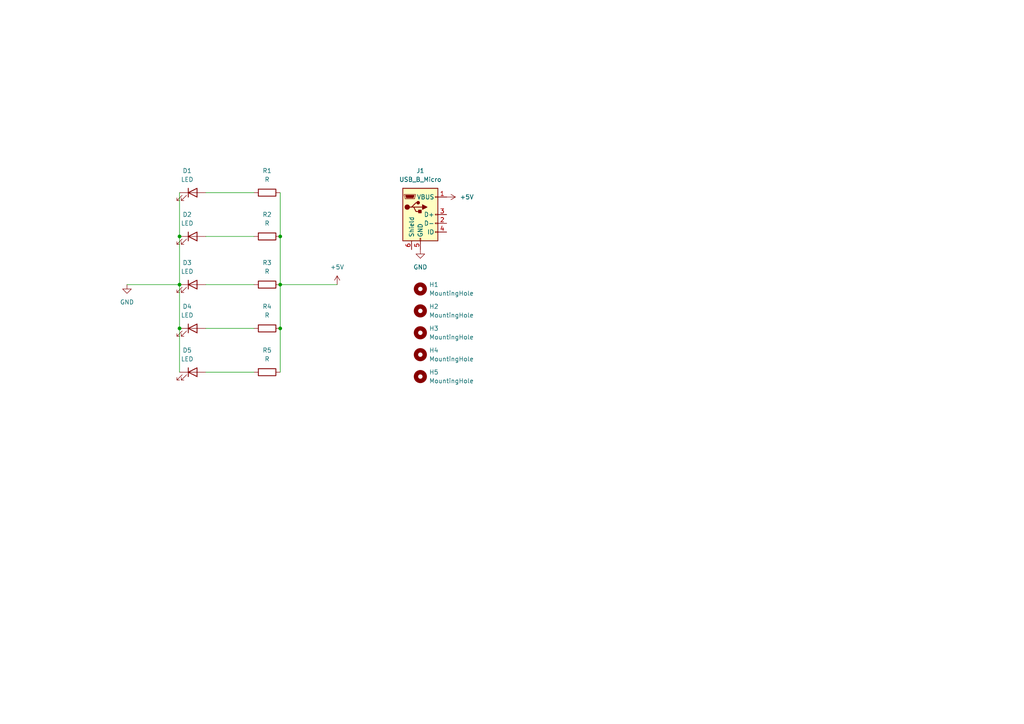
<source format=kicad_sch>
(kicad_sch (version 20211123) (generator eeschema)
  (paper "A4")
  (lib_symbols
    (symbol "Connector:USB_B_Micro" (pin_names (offset 1.016))
      (property "Reference" "J" (at -5.08 11.43 0))
      (property "Value" "USB_B_Micro" (at -5.08 8.89 0))
      (symbol "USB_B_Micro_0_1"
        (rectangle (start -5.08 -7.62) (end 5.08 7.62) (stroke (width 0.254)) (fill (type background)))
        (circle (center -3.81 2.159) (radius 0.635) (stroke (width 0.254)) (fill (type outline)))
        (circle (center -0.635 3.429) (radius 0.381) (stroke (width 0.254)) (fill (type outline)))
        (rectangle (start -0.127 -7.62) (end 0.127 -6.858))
        (polyline (pts (xy -1.905 2.159) (xy 0.635 2.159)) (stroke (width 0.254)))
        (polyline (pts (xy -3.175 2.159) (xy -2.54 2.159) (xy -1.27 3.429) (xy -0.635 3.429)) (stroke (width 0.254)))
        (polyline (pts (xy -2.54 2.159) (xy -1.905 2.159) (xy -1.27 0.889) (xy 0 0.889)) (stroke (width 0.254)))
        (polyline (pts (xy 0.635 2.794) (xy 0.635 1.524) (xy 1.905 2.159) (xy 0.635 2.794)) (stroke (width 0.254)) (fill (type outline)))
        (polyline (pts (xy -4.318 5.588) (xy -1.778 5.588) (xy -2.032 4.826) (xy -4.064 4.826) (xy -4.318 5.588)) (fill (type outline)))
        (polyline (pts (xy -4.699 5.842) (xy -4.699 5.588) (xy -4.445 4.826) (xy -4.445 4.572) (xy -1.651 4.572) (xy -1.651 4.826) (xy -1.397 5.588) (xy -1.397 5.842) (xy -4.699 5.842)))
        (rectangle (start 0.254 1.27) (end -0.508 0.508) (stroke (width 0.254)) (fill (type outline)))
        (rectangle (start 5.08 -5.207) (end 4.318 -4.953))
        (rectangle (start 5.08 -2.667) (end 4.318 -2.413))
        (rectangle (start 5.08 -0.127) (end 4.318 0.127))
        (rectangle (start 5.08 4.953) (end 4.318 5.207))
      )
      (symbol "USB_B_Micro_1_1"
        (pin power_out line (at 7.62 5.08 180) (length 2.54) (name "VBUS") (number "1"))
        (pin bidirectional line (at 7.62 -2.54 180) (length 2.54) (name "D-") (number "2"))
        (pin bidirectional line (at 7.62 0 180) (length 2.54) (name "D+") (number "3"))
        (pin passive line (at 7.62 -5.08 180) (length 2.54) (name "ID") (number "4"))
        (pin power_out line (at 0 -10.16 90) (length 2.54) (name "GND") (number "5"))
        (pin passive line (at -2.54 -10.16 90) (length 2.54) (name "Shield") (number "6"))
      )
    )
    (symbol "Device:LED" (pin_numbers hide) (pin_names (offset 1.016) hide)
      (property "Reference" "D" (at 0 2.54 0))
      (property "Value" "LED" (at 0 -2.54 0))
      (symbol "LED_0_1"
        (polyline (pts (xy -1.27 -1.27) (xy -1.27 1.27)) (stroke (width 0.254)))
        (polyline (pts (xy -1.27 0) (xy 1.27 0)))
        (polyline (pts (xy 1.27 -1.27) (xy 1.27 1.27) (xy -1.27 0) (xy 1.27 -1.27)) (stroke (width 0.254)))
        (polyline (pts (xy -3.048 -0.762) (xy -4.572 -2.286) (xy -3.81 -2.286) (xy -4.572 -2.286) (xy -4.572 -1.524)))
        (polyline (pts (xy -1.778 -0.762) (xy -3.302 -2.286) (xy -2.54 -2.286) (xy -3.302 -2.286) (xy -3.302 -1.524)))
      )
      (symbol "LED_1_1"
        (pin passive line (at -3.81 0 0) (length 2.54) (name "K") (number "1"))
        (pin passive line (at 3.81 0 180) (length 2.54) (name "A") (number "2"))
      )
    )
    (symbol "Device:R" (pin_numbers hide) (pin_names (offset 0))
      (property "Reference" "R" (at 2.032 0 90))
      (property "Value" "R" (at 0 0 90))
      (symbol "R_0_1"
        (rectangle (start -1.016 -2.54) (end 1.016 2.54) (stroke (width 0.254)))
      )
      (symbol "R_1_1"
        (pin passive line (at 0 3.81 270) (length 1.27) (name "~") (number "1"))
        (pin passive line (at 0 -3.81 90) (length 1.27) (name "~") (number "2"))
      )
    )
    (symbol "Mechanical:MountingHole" (pin_names (offset 1.016))
      (property "Reference" "H" (at 0 5.08 0))
      (property "Value" "MountingHole" (at 0 3.175 0))
      (symbol "MountingHole_0_1"
        (circle (center 0 0) (radius 1.27) (stroke (width 1.27)))
      )
    )
    (symbol "power:+5V" (power) (pin_names (offset 0))
      (property "Value" "+5V" (at 0 3.556 0))
      (symbol "+5V_0_1"
        (polyline (pts (xy -0.762 1.27) (xy 0 2.54)))
        (polyline (pts (xy 0 0) (xy 0 2.54)))
        (polyline (pts (xy 0 2.54) (xy 0.762 1.27)))
      )
      (symbol "+5V_1_1"
        (pin power_in line (at 0 0 90) (length 0) hide (name "+5V") (number "1"))
      )
    )
    (symbol "power:GND" (power) (pin_names (offset 0))
      (property "Value" "GND" (at 0 -3.81 0))
      (symbol "GND_0_1"
        (polyline (pts (xy 0 0) (xy 0 -1.27) (xy 1.27 -1.27) (xy 0 -2.54) (xy -1.27 -1.27) (xy 0 -1.27)))
      )
      (symbol "GND_1_1"
        (pin power_in line (at 0 0 270) (length 0) hide (name "GND") (number "1"))
      )
    )
  )
  (junction (at 52.07 68.58))
  (junction (at 81.28 95.25))
  (junction (at 81.28 82.55))
  (junction (at 52.07 82.55))
  (junction (at 81.28 68.58))
  (junction (at 52.07 95.25))
  (wire (pts (xy 36.83 82.55) (xy 52.07 82.55)))
  (wire (pts (xy 81.28 82.55) (xy 81.28 95.25)))
  (wire (pts (xy 52.07 82.55) (xy 52.07 95.25)))
  (wire (pts (xy 52.07 68.58) (xy 52.07 82.55)))
  (wire (pts (xy 59.69 95.25) (xy 73.66 95.25)))
  (wire (pts (xy 59.69 107.95) (xy 73.66 107.95)))
  (wire (pts (xy 81.28 95.25) (xy 81.28 107.95)))
  (wire (pts (xy 81.28 68.58) (xy 81.28 82.55)))
  (wire (pts (xy 59.69 55.88) (xy 73.66 55.88)))
  (wire (pts (xy 81.28 82.55) (xy 97.79 82.55)))
  (wire (pts (xy 52.07 95.25) (xy 52.07 107.95)))
  (wire (pts (xy 52.07 55.88) (xy 52.07 68.58)))
  (wire (pts (xy 59.69 82.55) (xy 73.66 82.55)))
  (wire (pts (xy 81.28 55.88) (xy 81.28 68.58)))
  (wire (pts (xy 59.69 68.58) (xy 73.66 68.58)))
  (symbol (lib_id "Device:R") (at 77.47 55.88 270) (unit 1)
    (property "Reference" "R1" (at 77.47 49.53 90))
    (property "Value" "R" (at 77.47 52.07 90))
    (property "Footprint" "Resistor_SMD:R_1210_3225Metric_Pad1.30x2.65mm_HandSolder" (effects hide))
  )
  (symbol (lib_id "Mechanical:MountingHole") (at 121.92 102.87 0) (unit 1)
    (property "Reference" "H4" (at 124.46 101.5999 0) (effects (justify left)))
    (property "Value" "MountingHole" (at 124.46 104.1399 0) (effects (justify left)))
    (property "Footprint" "MountingHole:MountingHole_2.2mm_M2" (effects hide))
  )
  (symbol (lib_id "Connector:USB_B_Micro") (at 121.92 62.23 0) (unit 1)
    (property "Reference" "J1" (at 121.92 49.53 0))
    (property "Value" "USB_B_Micro" (at 121.92 52.07 0))
    (property "Footprint" "Connector_USB:USB_Micro-B_GCT_USB3076-30-A" (effects hide))
  )
  (symbol (lib_id "Mechanical:MountingHole") (at 121.92 90.17 0) (unit 1)
    (property "Reference" "H2" (at 124.46 88.8999 0) (effects (justify left)))
    (property "Value" "MountingHole" (at 124.46 91.4399 0) (effects (justify left)))
    (property "Footprint" "MountingHole:MountingHole_2.2mm_M2" (effects hide))
  )
  (symbol (lib_id "power:GND") (at 121.92 72.39 0) (unit 1)
    (property "Reference" "#PWR0103" (effects hide))
    (property "Value" "GND" (at 121.92 77.47 0))
  )
  (symbol (lib_id "Device:LED") (at 55.88 107.95 0) (unit 1)
    (property "Reference" "D5" (at 54.2925 101.6 0))
    (property "Value" "LED" (at 54.2925 104.14 0))
    (property "Footprint" "LED_SMD:LED_PLCC_2835_Handsoldering" (effects hide))
  )
  (symbol (lib_id "Device:LED") (at 55.88 82.55 0) (unit 1)
    (property "Reference" "D3" (at 54.2925 76.2 0))
    (property "Value" "LED" (at 54.2925 78.74 0))
    (property "Footprint" "LED_SMD:LED_PLCC_2835_Handsoldering" (effects hide))
  )
  (symbol (lib_id "Device:LED") (at 55.88 68.58 0) (unit 1)
    (property "Reference" "D2" (at 54.2925 62.23 0))
    (property "Value" "LED" (at 54.2925 64.77 0))
    (property "Footprint" "LED_SMD:LED_PLCC_2835_Handsoldering" (effects hide))
  )
  (symbol (lib_id "Device:LED") (at 55.88 55.88 0) (unit 1)
    (property "Reference" "D1" (at 54.2925 49.53 0))
    (property "Value" "LED" (at 54.2925 52.07 0))
    (property "Footprint" "LED_SMD:LED_PLCC_2835_Handsoldering" (effects hide))
  )
  (symbol (lib_id "Mechanical:MountingHole") (at 121.92 83.82 0) (unit 1)
    (property "Reference" "H1" (at 124.46 82.5499 0) (effects (justify left)))
    (property "Value" "MountingHole" (at 124.46 85.0899 0) (effects (justify left)))
    (property "Footprint" "MountingHole:MountingHole_2.2mm_M2" (effects hide))
  )
  (symbol (lib_id "power:+5V") (at 97.79 82.55 0) (unit 1)
    (property "Reference" "#PWR0101" (effects hide))
    (property "Value" "+5V" (at 97.79 77.47 0))
  )
  (symbol (lib_id "Mechanical:MountingHole") (at 121.92 109.22 0) (unit 1)
    (property "Reference" "H5" (at 124.46 107.9499 0) (effects (justify left)))
    (property "Value" "MountingHole" (at 124.46 110.4899 0) (effects (justify left)))
    (property "Footprint" "MountingHole:MountingHole_2.2mm_M2" (effects hide))
  )
  (symbol (lib_id "Device:R") (at 77.47 68.58 270) (unit 1)
    (property "Reference" "R2" (at 77.47 62.23 90))
    (property "Value" "R" (at 77.47 64.77 90))
    (property "Footprint" "Resistor_SMD:R_1210_3225Metric_Pad1.30x2.65mm_HandSolder" (effects hide))
  )
  (symbol (lib_id "power:+5V") (at 129.54 57.15 270) (unit 1)
    (property "Reference" "#PWR0104" (effects hide))
    (property "Value" "+5V" (at 133.35 57.1499 90) (effects (justify left)))
  )
  (symbol (lib_id "Device:R") (at 77.47 107.95 270) (unit 1)
    (property "Reference" "R5" (at 77.47 101.6 90))
    (property "Value" "R" (at 77.47 104.14 90))
    (property "Footprint" "Resistor_SMD:R_1210_3225Metric_Pad1.30x2.65mm_HandSolder" (effects hide))
  )
  (symbol (lib_id "Device:LED") (at 55.88 95.25 0) (unit 1)
    (property "Reference" "D4" (at 54.2925 88.9 0))
    (property "Value" "LED" (at 54.2925 91.44 0))
    (property "Footprint" "LED_SMD:LED_PLCC_2835_Handsoldering" (effects hide))
  )
  (symbol (lib_id "Device:R") (at 77.47 95.25 270) (unit 1)
    (property "Reference" "R4" (at 77.47 88.9 90))
    (property "Value" "R" (at 77.47 91.44 90))
    (property "Footprint" "Resistor_SMD:R_1210_3225Metric_Pad1.30x2.65mm_HandSolder" (effects hide))
  )
  (symbol (lib_id "Device:R") (at 77.47 82.55 270) (unit 1)
    (property "Reference" "R3" (at 77.47 76.2 90))
    (property "Value" "R" (at 77.47 78.74 90))
    (property "Footprint" "Resistor_SMD:R_1210_3225Metric_Pad1.30x2.65mm_HandSolder" (effects hide))
  )
  (symbol (lib_id "Mechanical:MountingHole") (at 121.92 96.52 0) (unit 1)
    (property "Reference" "H3" (at 124.46 95.2499 0) (effects (justify left)))
    (property "Value" "MountingHole" (at 124.46 97.7899 0) (effects (justify left)))
    (property "Footprint" "MountingHole:MountingHole_2.2mm_M2" (effects hide))
  )
  (symbol (lib_id "power:GND") (at 36.83 82.55 0) (unit 1)
    (property "Reference" "#PWR0102" (effects hide))
    (property "Value" "GND" (at 36.83 87.63 0))
  )
)
</source>
